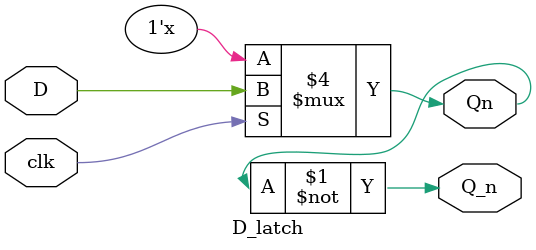
<source format=v>
`timescale 1ns / 1ps


module D_latch(
    input D,
    input clk,
    output reg Qn,
    output Q_n
    );
    
  assign Q_n = ~Qn;
  always @(D,clk)
  begin
    Qn = Qn;
    if(clk)
    Qn = D;
    else
    Qn = Qn;
  end  
endmodule

</source>
